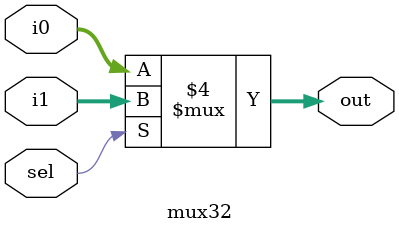
<source format=v>
module mux32(i0,i1, out, sel);
	input [31:0] i0, i1;
	input sel;
	output reg [31:0] out;
	always @ (i0 or i1 or sel)
	begin
		if (sel == 1)
			out <= i1;
		else out <= i0;
	end
endmodule
</source>
